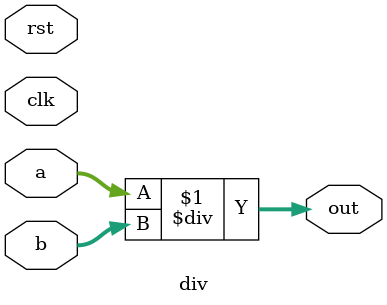
<source format=v>

module div(clk,rst,out,a,b);
output [15:0]  out;
input  [15:0]  a,b;
input          clk,rst; 
wire   [15:0]  out=a/b;

endmodule




</source>
